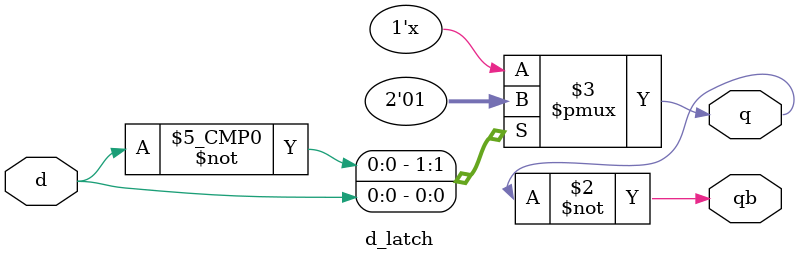
<source format=v>
module d_latch(output reg q, qb, input d);
  always@(*)begin
    case(d)
      1'b0 : q=0;
      1'b1 : q=1;
    endcase
    qb = ~q;
  end 
endmodule

</source>
